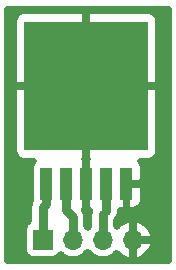
<source format=gbr>
G04 #@! TF.GenerationSoftware,KiCad,Pcbnew,(5.1.4-0-10_14)*
G04 #@! TF.CreationDate,2019-12-02T19:45:47-06:00*
G04 #@! TF.ProjectId,LM2592 Breakout Board,4c4d3235-3932-4204-9272-65616b6f7574,v0.1*
G04 #@! TF.SameCoordinates,Original*
G04 #@! TF.FileFunction,Copper,L1,Top*
G04 #@! TF.FilePolarity,Positive*
%FSLAX46Y46*%
G04 Gerber Fmt 4.6, Leading zero omitted, Abs format (unit mm)*
G04 Created by KiCad (PCBNEW (5.1.4-0-10_14)) date 2019-12-02 19:45:47*
%MOMM*%
%LPD*%
G04 APERTURE LIST*
%ADD10R,1.700000X1.700000*%
%ADD11O,1.700000X1.700000*%
%ADD12R,1.016000X2.692400*%
%ADD13R,10.464800X10.871200*%
%ADD14C,0.762000*%
%ADD15C,0.381000*%
%ADD16C,0.508000*%
G04 APERTURE END LIST*
D10*
X156210000Y-95250000D03*
D11*
X158750000Y-95250000D03*
X161290000Y-95250000D03*
X163830000Y-95250000D03*
D12*
X156464001Y-90500201D03*
X158165801Y-90500201D03*
X159867601Y-90500201D03*
X161569401Y-90500201D03*
X163271201Y-90500201D03*
D13*
X159867601Y-82219801D03*
D14*
X156464001Y-92227401D02*
X156210000Y-92481402D01*
X156464001Y-90500201D02*
X156464001Y-92227401D01*
X156210000Y-92481402D02*
X156210000Y-94996000D01*
X161569401Y-90500201D02*
X161569401Y-92811599D01*
D15*
X161569401Y-92811599D02*
X161290000Y-93091000D01*
D14*
X161290000Y-93091000D02*
X161290000Y-94615000D01*
X158165801Y-90500201D02*
X158165801Y-92760801D01*
X158165801Y-92760801D02*
X158750000Y-93345000D01*
X158750000Y-93345000D02*
X158750000Y-94869000D01*
D16*
G36*
X166853000Y-97003000D02*
G01*
X153187000Y-97003000D01*
X153187000Y-87655401D01*
X153741900Y-87655401D01*
X153759065Y-87829675D01*
X153809898Y-87997252D01*
X153892448Y-88151692D01*
X154003542Y-88287060D01*
X154138910Y-88398154D01*
X154293350Y-88480704D01*
X154460927Y-88531537D01*
X154635201Y-88548702D01*
X155493323Y-88547956D01*
X155414579Y-88612579D01*
X155319356Y-88728609D01*
X155248599Y-88860986D01*
X155205027Y-89004623D01*
X155190315Y-89154001D01*
X155190315Y-91846401D01*
X155200128Y-91946034D01*
X155148897Y-92041880D01*
X155083539Y-92257336D01*
X155067000Y-92425257D01*
X155067000Y-92425263D01*
X155061471Y-92481402D01*
X155067000Y-92537541D01*
X155067000Y-93692593D01*
X155066985Y-93692598D01*
X154934608Y-93763355D01*
X154818578Y-93858578D01*
X154723355Y-93974608D01*
X154652598Y-94106985D01*
X154609026Y-94250622D01*
X154594314Y-94400000D01*
X154594314Y-96100000D01*
X154609026Y-96249378D01*
X154652598Y-96393015D01*
X154723355Y-96525392D01*
X154818578Y-96641422D01*
X154934608Y-96736645D01*
X155066985Y-96807402D01*
X155210622Y-96850974D01*
X155360000Y-96865686D01*
X157060000Y-96865686D01*
X157209378Y-96850974D01*
X157353015Y-96807402D01*
X157485392Y-96736645D01*
X157601422Y-96641422D01*
X157696645Y-96525392D01*
X157716896Y-96487506D01*
X157850088Y-96596814D01*
X158130130Y-96746499D01*
X158433993Y-96838675D01*
X158670815Y-96862000D01*
X158829185Y-96862000D01*
X159066007Y-96838675D01*
X159369870Y-96746499D01*
X159649912Y-96596814D01*
X159895371Y-96395371D01*
X160020000Y-96243510D01*
X160144629Y-96395371D01*
X160390088Y-96596814D01*
X160670130Y-96746499D01*
X160973993Y-96838675D01*
X161210815Y-96862000D01*
X161369185Y-96862000D01*
X161606007Y-96838675D01*
X161909870Y-96746499D01*
X162189912Y-96596814D01*
X162435371Y-96395371D01*
X162483289Y-96336982D01*
X162596968Y-96476278D01*
X162859895Y-96693268D01*
X163160103Y-96854794D01*
X163486055Y-96954649D01*
X163495424Y-96956511D01*
X163766500Y-96765420D01*
X163766500Y-95313500D01*
X163893500Y-95313500D01*
X163893500Y-96765420D01*
X164164576Y-96956511D01*
X164173945Y-96954649D01*
X164499897Y-96854794D01*
X164800105Y-96693268D01*
X165063032Y-96476278D01*
X165278575Y-96212163D01*
X165438450Y-95911072D01*
X165536513Y-95584577D01*
X165345592Y-95313500D01*
X163893500Y-95313500D01*
X163766500Y-95313500D01*
X163746500Y-95313500D01*
X163746500Y-95186500D01*
X163766500Y-95186500D01*
X163766500Y-93734580D01*
X163893500Y-93734580D01*
X163893500Y-95186500D01*
X165345592Y-95186500D01*
X165536513Y-94915423D01*
X165438450Y-94588928D01*
X165278575Y-94287837D01*
X165063032Y-94023722D01*
X164800105Y-93806732D01*
X164499897Y-93645206D01*
X164173945Y-93545351D01*
X164164576Y-93543489D01*
X163893500Y-93734580D01*
X163766500Y-93734580D01*
X163495424Y-93543489D01*
X163486055Y-93545351D01*
X163160103Y-93645206D01*
X162859895Y-93806732D01*
X162596968Y-94023722D01*
X162483289Y-94163018D01*
X162435371Y-94104629D01*
X162433000Y-94102683D01*
X162433000Y-93561021D01*
X162524369Y-93449688D01*
X162630504Y-93251122D01*
X162695862Y-93035666D01*
X162712401Y-92867745D01*
X162712401Y-92734698D01*
X162763201Y-92739702D01*
X162985451Y-92735401D01*
X163207701Y-92513151D01*
X163207701Y-90563701D01*
X163334701Y-90563701D01*
X163334701Y-92513151D01*
X163556951Y-92735401D01*
X163779201Y-92739702D01*
X163953475Y-92722537D01*
X164121052Y-92671704D01*
X164275492Y-92589154D01*
X164410860Y-92478060D01*
X164521954Y-92342692D01*
X164604504Y-92188252D01*
X164655337Y-92020675D01*
X164672502Y-91846401D01*
X164668201Y-90785951D01*
X164445951Y-90563701D01*
X163334701Y-90563701D01*
X163207701Y-90563701D01*
X163187701Y-90563701D01*
X163187701Y-90436701D01*
X163207701Y-90436701D01*
X163207701Y-90416701D01*
X163334701Y-90416701D01*
X163334701Y-90436701D01*
X164445951Y-90436701D01*
X164668201Y-90214451D01*
X164672502Y-89154001D01*
X164655337Y-88979727D01*
X164604504Y-88812150D01*
X164521954Y-88657710D01*
X164432017Y-88548121D01*
X165100001Y-88548702D01*
X165274275Y-88531537D01*
X165441852Y-88480704D01*
X165596292Y-88398154D01*
X165731660Y-88287060D01*
X165842754Y-88151692D01*
X165925304Y-87997252D01*
X165976137Y-87829675D01*
X165993302Y-87655401D01*
X165989001Y-82505551D01*
X165766751Y-82283301D01*
X159931101Y-82283301D01*
X159931101Y-88322151D01*
X160013651Y-88404701D01*
X159931101Y-88487251D01*
X159931101Y-90436701D01*
X159951101Y-90436701D01*
X159951101Y-90563701D01*
X159931101Y-90563701D01*
X159931101Y-92513151D01*
X160153351Y-92735401D01*
X160203147Y-92736365D01*
X160163539Y-92866934D01*
X160147000Y-93034855D01*
X160147000Y-94102683D01*
X160144629Y-94104629D01*
X160020000Y-94256490D01*
X159895371Y-94104629D01*
X159893000Y-94102683D01*
X159893000Y-93401138D01*
X159898529Y-93344999D01*
X159893000Y-93288860D01*
X159893000Y-93288854D01*
X159876461Y-93120933D01*
X159876024Y-93119490D01*
X159835186Y-92984868D01*
X159811103Y-92905477D01*
X159704968Y-92706911D01*
X159662314Y-92654938D01*
X159804101Y-92513151D01*
X159804101Y-90563701D01*
X159784101Y-90563701D01*
X159784101Y-90436701D01*
X159804101Y-90436701D01*
X159804101Y-88487251D01*
X159721551Y-88404701D01*
X159804101Y-88322151D01*
X159804101Y-82283301D01*
X153968451Y-82283301D01*
X153746201Y-82505551D01*
X153741900Y-87655401D01*
X153187000Y-87655401D01*
X153187000Y-76784201D01*
X153741900Y-76784201D01*
X153746201Y-81934051D01*
X153968451Y-82156301D01*
X159804101Y-82156301D01*
X159804101Y-76117451D01*
X159931101Y-76117451D01*
X159931101Y-82156301D01*
X165766751Y-82156301D01*
X165989001Y-81934051D01*
X165993302Y-76784201D01*
X165976137Y-76609927D01*
X165925304Y-76442350D01*
X165842754Y-76287910D01*
X165731660Y-76152542D01*
X165596292Y-76041448D01*
X165441852Y-75958898D01*
X165274275Y-75908065D01*
X165100001Y-75890900D01*
X160153351Y-75895201D01*
X159931101Y-76117451D01*
X159804101Y-76117451D01*
X159581851Y-75895201D01*
X154635201Y-75890900D01*
X154460927Y-75908065D01*
X154293350Y-75958898D01*
X154138910Y-76041448D01*
X154003542Y-76152542D01*
X153892448Y-76287910D01*
X153809898Y-76442350D01*
X153759065Y-76609927D01*
X153741900Y-76784201D01*
X153187000Y-76784201D01*
X153187000Y-75717000D01*
X166853001Y-75717000D01*
X166853000Y-97003000D01*
X166853000Y-97003000D01*
G37*
X166853000Y-97003000D02*
X153187000Y-97003000D01*
X153187000Y-87655401D01*
X153741900Y-87655401D01*
X153759065Y-87829675D01*
X153809898Y-87997252D01*
X153892448Y-88151692D01*
X154003542Y-88287060D01*
X154138910Y-88398154D01*
X154293350Y-88480704D01*
X154460927Y-88531537D01*
X154635201Y-88548702D01*
X155493323Y-88547956D01*
X155414579Y-88612579D01*
X155319356Y-88728609D01*
X155248599Y-88860986D01*
X155205027Y-89004623D01*
X155190315Y-89154001D01*
X155190315Y-91846401D01*
X155200128Y-91946034D01*
X155148897Y-92041880D01*
X155083539Y-92257336D01*
X155067000Y-92425257D01*
X155067000Y-92425263D01*
X155061471Y-92481402D01*
X155067000Y-92537541D01*
X155067000Y-93692593D01*
X155066985Y-93692598D01*
X154934608Y-93763355D01*
X154818578Y-93858578D01*
X154723355Y-93974608D01*
X154652598Y-94106985D01*
X154609026Y-94250622D01*
X154594314Y-94400000D01*
X154594314Y-96100000D01*
X154609026Y-96249378D01*
X154652598Y-96393015D01*
X154723355Y-96525392D01*
X154818578Y-96641422D01*
X154934608Y-96736645D01*
X155066985Y-96807402D01*
X155210622Y-96850974D01*
X155360000Y-96865686D01*
X157060000Y-96865686D01*
X157209378Y-96850974D01*
X157353015Y-96807402D01*
X157485392Y-96736645D01*
X157601422Y-96641422D01*
X157696645Y-96525392D01*
X157716896Y-96487506D01*
X157850088Y-96596814D01*
X158130130Y-96746499D01*
X158433993Y-96838675D01*
X158670815Y-96862000D01*
X158829185Y-96862000D01*
X159066007Y-96838675D01*
X159369870Y-96746499D01*
X159649912Y-96596814D01*
X159895371Y-96395371D01*
X160020000Y-96243510D01*
X160144629Y-96395371D01*
X160390088Y-96596814D01*
X160670130Y-96746499D01*
X160973993Y-96838675D01*
X161210815Y-96862000D01*
X161369185Y-96862000D01*
X161606007Y-96838675D01*
X161909870Y-96746499D01*
X162189912Y-96596814D01*
X162435371Y-96395371D01*
X162483289Y-96336982D01*
X162596968Y-96476278D01*
X162859895Y-96693268D01*
X163160103Y-96854794D01*
X163486055Y-96954649D01*
X163495424Y-96956511D01*
X163766500Y-96765420D01*
X163766500Y-95313500D01*
X163893500Y-95313500D01*
X163893500Y-96765420D01*
X164164576Y-96956511D01*
X164173945Y-96954649D01*
X164499897Y-96854794D01*
X164800105Y-96693268D01*
X165063032Y-96476278D01*
X165278575Y-96212163D01*
X165438450Y-95911072D01*
X165536513Y-95584577D01*
X165345592Y-95313500D01*
X163893500Y-95313500D01*
X163766500Y-95313500D01*
X163746500Y-95313500D01*
X163746500Y-95186500D01*
X163766500Y-95186500D01*
X163766500Y-93734580D01*
X163893500Y-93734580D01*
X163893500Y-95186500D01*
X165345592Y-95186500D01*
X165536513Y-94915423D01*
X165438450Y-94588928D01*
X165278575Y-94287837D01*
X165063032Y-94023722D01*
X164800105Y-93806732D01*
X164499897Y-93645206D01*
X164173945Y-93545351D01*
X164164576Y-93543489D01*
X163893500Y-93734580D01*
X163766500Y-93734580D01*
X163495424Y-93543489D01*
X163486055Y-93545351D01*
X163160103Y-93645206D01*
X162859895Y-93806732D01*
X162596968Y-94023722D01*
X162483289Y-94163018D01*
X162435371Y-94104629D01*
X162433000Y-94102683D01*
X162433000Y-93561021D01*
X162524369Y-93449688D01*
X162630504Y-93251122D01*
X162695862Y-93035666D01*
X162712401Y-92867745D01*
X162712401Y-92734698D01*
X162763201Y-92739702D01*
X162985451Y-92735401D01*
X163207701Y-92513151D01*
X163207701Y-90563701D01*
X163334701Y-90563701D01*
X163334701Y-92513151D01*
X163556951Y-92735401D01*
X163779201Y-92739702D01*
X163953475Y-92722537D01*
X164121052Y-92671704D01*
X164275492Y-92589154D01*
X164410860Y-92478060D01*
X164521954Y-92342692D01*
X164604504Y-92188252D01*
X164655337Y-92020675D01*
X164672502Y-91846401D01*
X164668201Y-90785951D01*
X164445951Y-90563701D01*
X163334701Y-90563701D01*
X163207701Y-90563701D01*
X163187701Y-90563701D01*
X163187701Y-90436701D01*
X163207701Y-90436701D01*
X163207701Y-90416701D01*
X163334701Y-90416701D01*
X163334701Y-90436701D01*
X164445951Y-90436701D01*
X164668201Y-90214451D01*
X164672502Y-89154001D01*
X164655337Y-88979727D01*
X164604504Y-88812150D01*
X164521954Y-88657710D01*
X164432017Y-88548121D01*
X165100001Y-88548702D01*
X165274275Y-88531537D01*
X165441852Y-88480704D01*
X165596292Y-88398154D01*
X165731660Y-88287060D01*
X165842754Y-88151692D01*
X165925304Y-87997252D01*
X165976137Y-87829675D01*
X165993302Y-87655401D01*
X165989001Y-82505551D01*
X165766751Y-82283301D01*
X159931101Y-82283301D01*
X159931101Y-88322151D01*
X160013651Y-88404701D01*
X159931101Y-88487251D01*
X159931101Y-90436701D01*
X159951101Y-90436701D01*
X159951101Y-90563701D01*
X159931101Y-90563701D01*
X159931101Y-92513151D01*
X160153351Y-92735401D01*
X160203147Y-92736365D01*
X160163539Y-92866934D01*
X160147000Y-93034855D01*
X160147000Y-94102683D01*
X160144629Y-94104629D01*
X160020000Y-94256490D01*
X159895371Y-94104629D01*
X159893000Y-94102683D01*
X159893000Y-93401138D01*
X159898529Y-93344999D01*
X159893000Y-93288860D01*
X159893000Y-93288854D01*
X159876461Y-93120933D01*
X159876024Y-93119490D01*
X159835186Y-92984868D01*
X159811103Y-92905477D01*
X159704968Y-92706911D01*
X159662314Y-92654938D01*
X159804101Y-92513151D01*
X159804101Y-90563701D01*
X159784101Y-90563701D01*
X159784101Y-90436701D01*
X159804101Y-90436701D01*
X159804101Y-88487251D01*
X159721551Y-88404701D01*
X159804101Y-88322151D01*
X159804101Y-82283301D01*
X153968451Y-82283301D01*
X153746201Y-82505551D01*
X153741900Y-87655401D01*
X153187000Y-87655401D01*
X153187000Y-76784201D01*
X153741900Y-76784201D01*
X153746201Y-81934051D01*
X153968451Y-82156301D01*
X159804101Y-82156301D01*
X159804101Y-76117451D01*
X159931101Y-76117451D01*
X159931101Y-82156301D01*
X165766751Y-82156301D01*
X165989001Y-81934051D01*
X165993302Y-76784201D01*
X165976137Y-76609927D01*
X165925304Y-76442350D01*
X165842754Y-76287910D01*
X165731660Y-76152542D01*
X165596292Y-76041448D01*
X165441852Y-75958898D01*
X165274275Y-75908065D01*
X165100001Y-75890900D01*
X160153351Y-75895201D01*
X159931101Y-76117451D01*
X159804101Y-76117451D01*
X159581851Y-75895201D01*
X154635201Y-75890900D01*
X154460927Y-75908065D01*
X154293350Y-75958898D01*
X154138910Y-76041448D01*
X154003542Y-76152542D01*
X153892448Y-76287910D01*
X153809898Y-76442350D01*
X153759065Y-76609927D01*
X153741900Y-76784201D01*
X153187000Y-76784201D01*
X153187000Y-75717000D01*
X166853001Y-75717000D01*
X166853000Y-97003000D01*
M02*

</source>
